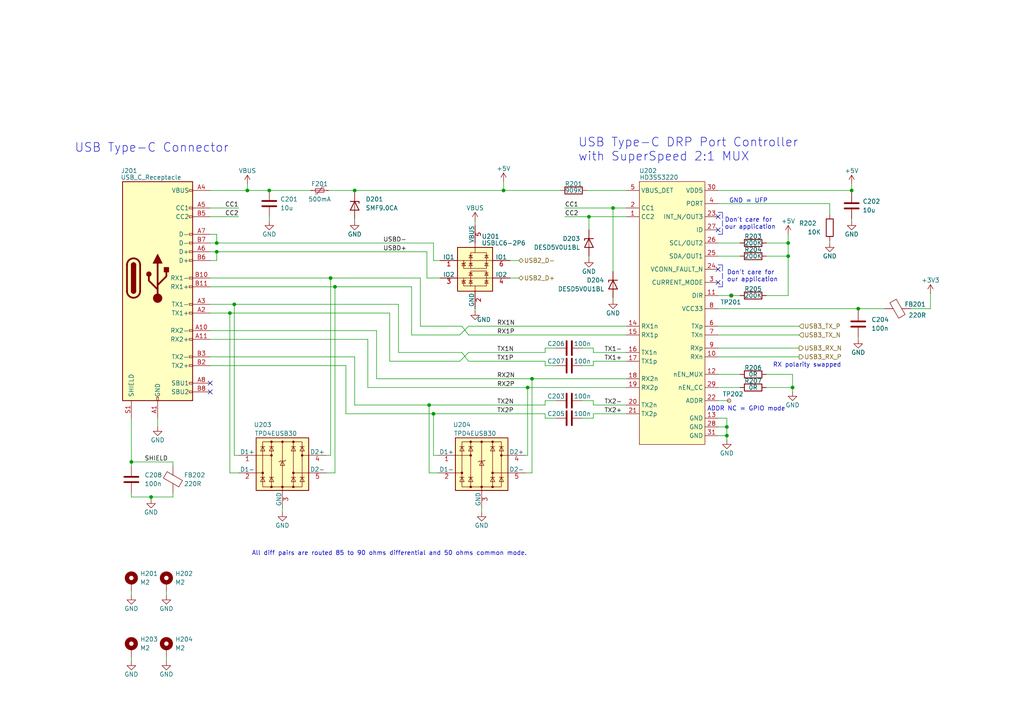
<source format=kicad_sch>
(kicad_sch (version 20211123) (generator eeschema)
  (paper "A4")
  (title_block (title "Voyager Logic") (date "2022-11-26") (rev "0.1") (company "Josh Johnson"))
  (lib_symbols
    (symbol "Connector:TestPoint_Small" (pin_numbers hide) (pin_names (offset 0.762) hide)
      (property "Reference" "TP" (at 0 3.81 0))
      (property "Value" "TestPoint_Small" (at 0 2.032 0))
      (symbol "TestPoint_Small_0_1"
        (circle (center 0 0) (radius 0.508))
      )
      (symbol "TestPoint_Small_1_1"
        (pin passive line (at 0 0 90) (length 0) (name "1") (number "1"))
      )
    )
    (symbol "Connector:USB_C_Receptacle" (pin_names (offset 1.016))
      (property "Reference" "J" (at -10.16 29.21 0))
      (property "Value" "USB_C_Receptacle" (at 10.16 29.21 0))
      (symbol "USB_C_Receptacle_0_0"
        (rectangle (start -0.254 -35.56) (end 0.254 -34.544))
        (rectangle (start 10.16 -32.766) (end 9.144 -33.274))
        (rectangle (start 10.16 -30.226) (end 9.144 -30.734))
        (rectangle (start 10.16 -25.146) (end 9.144 -25.654))
        (rectangle (start 10.16 -22.606) (end 9.144 -23.114))
        (rectangle (start 10.16 -17.526) (end 9.144 -18.034))
        (rectangle (start 10.16 -14.986) (end 9.144 -15.494))
        (rectangle (start 10.16 -9.906) (end 9.144 -10.414))
        (rectangle (start 10.16 -7.366) (end 9.144 -7.874))
        (rectangle (start 10.16 -2.286) (end 9.144 -2.794))
        (rectangle (start 10.16 0.254) (end 9.144 -0.254))
        (rectangle (start 10.16 5.334) (end 9.144 4.826))
        (rectangle (start 10.16 7.874) (end 9.144 7.366))
        (rectangle (start 10.16 10.414) (end 9.144 9.906))
        (rectangle (start 10.16 12.954) (end 9.144 12.446))
        (rectangle (start 10.16 18.034) (end 9.144 17.526))
        (rectangle (start 10.16 20.574) (end 9.144 20.066))
        (rectangle (start 10.16 25.654) (end 9.144 25.146))
      )
      (symbol "USB_C_Receptacle_0_1"
        (rectangle (start -10.16 27.94) (end 10.16 -35.56) (stroke (width 0.254)) (fill (type background)))
        (arc (start -8.89 -3.81) (mid -6.985 -5.715) (end -5.08 -3.81) (stroke (width 0.508)))
        (arc (start -7.62 -3.81) (mid -6.985 -4.445) (end -6.35 -3.81) (stroke (width 0.254)))
        (arc (start -7.62 -3.81) (mid -6.985 -4.445) (end -6.35 -3.81) (stroke (width 0.254)) (fill (type outline)))
        (rectangle (start -7.62 -3.81) (end -6.35 3.81) (stroke (width 0.254)) (fill (type outline)))
        (arc (start -6.35 3.81) (mid -6.985 4.445) (end -7.62 3.81) (stroke (width 0.254)))
        (arc (start -6.35 3.81) (mid -6.985 4.445) (end -7.62 3.81) (stroke (width 0.254)) (fill (type outline)))
        (arc (start -5.08 3.81) (mid -6.985 5.715) (end -8.89 3.81) (stroke (width 0.508)))
        (polyline (pts (xy -8.89 -3.81) (xy -8.89 3.81)) (stroke (width 0.508)))
        (polyline (pts (xy -5.08 3.81) (xy -5.08 -3.81)) (stroke (width 0.508)))
      )
      (symbol "USB_C_Receptacle_1_1"
        (circle (center -2.54 1.143) (radius 0.635) (stroke (width 0.254)) (fill (type outline)))
        (circle (center 0 -5.842) (radius 1.27) (fill (type outline)))
        (polyline (pts (xy 0 -5.842) (xy 0 4.318)) (stroke (width 0.508)))
        (polyline (pts (xy 0 -3.302) (xy -2.54 -0.762) (xy -2.54 0.508)) (stroke (width 0.508)))
        (polyline (pts (xy 0 -2.032) (xy 2.54 0.508) (xy 2.54 1.778)) (stroke (width 0.508)))
        (polyline (pts (xy -1.27 4.318) (xy 0 6.858) (xy 1.27 4.318) (xy -1.27 4.318)) (stroke (width 0.254)) (fill (type outline)))
        (rectangle (start 1.905 1.778) (end 3.175 3.048) (stroke (width 0.254)) (fill (type outline)))
        (pin passive line (at 0 -40.64 90) (length 5.08) (name "GND") (number "A1"))
        (pin bidirectional line (at 15.24 -15.24 180) (length 5.08) (name "RX2-") (number "A10"))
        (pin bidirectional line (at 15.24 -17.78 180) (length 5.08) (name "RX2+") (number "A11"))
        (pin passive line (at 0 -40.64 90) (length 5.08) hide (name "GND") (number "A12"))
        (pin bidirectional line (at 15.24 -10.16 180) (length 5.08) (name "TX1+") (number "A2"))
        (pin bidirectional line (at 15.24 -7.62 180) (length 5.08) (name "TX1-") (number "A3"))
        (pin passive line (at 15.24 25.4 180) (length 5.08) (name "VBUS") (number "A4"))
        (pin bidirectional line (at 15.24 20.32 180) (length 5.08) (name "CC1") (number "A5"))
        (pin bidirectional line (at 15.24 7.62 180) (length 5.08) (name "D+") (number "A6"))
        (pin bidirectional line (at 15.24 12.7 180) (length 5.08) (name "D-") (number "A7"))
        (pin bidirectional line (at 15.24 -30.48 180) (length 5.08) (name "SBU1") (number "A8"))
        (pin passive line (at 15.24 25.4 180) (length 5.08) hide (name "VBUS") (number "A9"))
        (pin passive line (at 0 -40.64 90) (length 5.08) hide (name "GND") (number "B1"))
        (pin bidirectional line (at 15.24 0 180) (length 5.08) (name "RX1-") (number "B10"))
        (pin bidirectional line (at 15.24 -2.54 180) (length 5.08) (name "RX1+") (number "B11"))
        (pin passive line (at 0 -40.64 90) (length 5.08) hide (name "GND") (number "B12"))
        (pin bidirectional line (at 15.24 -25.4 180) (length 5.08) (name "TX2+") (number "B2"))
        (pin bidirectional line (at 15.24 -22.86 180) (length 5.08) (name "TX2-") (number "B3"))
        (pin passive line (at 15.24 25.4 180) (length 5.08) hide (name "VBUS") (number "B4"))
        (pin bidirectional line (at 15.24 17.78 180) (length 5.08) (name "CC2") (number "B5"))
        (pin bidirectional line (at 15.24 5.08 180) (length 5.08) (name "D+") (number "B6"))
        (pin bidirectional line (at 15.24 10.16 180) (length 5.08) (name "D-") (number "B7"))
        (pin bidirectional line (at 15.24 -33.02 180) (length 5.08) (name "SBU2") (number "B8"))
        (pin passive line (at 15.24 25.4 180) (length 5.08) hide (name "VBUS") (number "B9"))
        (pin passive line (at -7.62 -40.64 90) (length 5.08) (name "SHIELD") (number "S1"))
      )
    )
    (symbol "Device:C" (pin_numbers hide) (pin_names (offset 0.254))
      (property "Reference" "C" (at 0.635 2.54 0))
      (property "Value" "C" (at 0.635 -2.54 0))
      (symbol "C_0_1"
        (polyline (pts (xy -2.032 -0.762) (xy 2.032 -0.762)) (stroke (width 0.508)))
        (polyline (pts (xy -2.032 0.762) (xy 2.032 0.762)) (stroke (width 0.508)))
      )
      (symbol "C_1_1"
        (pin passive line (at 0 3.81 270) (length 2.794) (name "~") (number "1"))
        (pin passive line (at 0 -3.81 90) (length 2.794) (name "~") (number "2"))
      )
    )
    (symbol "Device:D_Zener" (pin_numbers hide) (pin_names (offset 1.016) hide)
      (property "Reference" "D" (at 0 2.54 0))
      (property "Value" "D_Zener" (at 0 -2.54 0))
      (symbol "D_Zener_0_1"
        (polyline (pts (xy 1.27 0) (xy -1.27 0)))
        (polyline (pts (xy -1.27 -1.27) (xy -1.27 1.27) (xy -0.762 1.27)) (stroke (width 0.254)))
        (polyline (pts (xy 1.27 -1.27) (xy 1.27 1.27) (xy -1.27 0) (xy 1.27 -1.27)) (stroke (width 0.254)))
      )
      (symbol "D_Zener_1_1"
        (pin passive line (at -3.81 0 0) (length 2.54) (name "K") (number "1"))
        (pin passive line (at 3.81 0 180) (length 2.54) (name "A") (number "2"))
      )
    )
    (symbol "Device:FerriteBead" (pin_numbers hide) (pin_names (offset 0))
      (property "Reference" "FB" (at -3.81 0.635 90))
      (property "Value" "FerriteBead" (at 3.81 0 90))
      (symbol "FerriteBead_0_1"
        (polyline (pts (xy 0 -1.27) (xy 0 -1.2192)))
        (polyline (pts (xy 0 1.27) (xy 0 1.2954)))
        (polyline (pts (xy -2.7686 0.4064) (xy -1.7018 2.2606) (xy 2.7686 -0.3048) (xy 1.6764 -2.159) (xy -2.7686 0.4064)))
      )
      (symbol "FerriteBead_1_1"
        (pin passive line (at 0 3.81 270) (length 2.54) (name "~") (number "1"))
        (pin passive line (at 0 -3.81 90) (length 2.54) (name "~") (number "2"))
      )
    )
    (symbol "Device:Polyfuse_Small" (pin_numbers hide) (pin_names (offset 0))
      (property "Reference" "F" (at -1.905 0 90))
      (property "Value" "Polyfuse_Small" (at 1.905 0 90))
      (symbol "Polyfuse_Small_0_1"
        (rectangle (start -0.508 1.27) (end 0.508 -1.27))
        (polyline (pts (xy 0 2.54) (xy 0 -2.54)))
        (polyline (pts (xy -1.016 1.27) (xy -1.016 0.762) (xy 1.016 -0.762) (xy 1.016 -1.27)))
      )
      (symbol "Polyfuse_Small_1_1"
        (pin passive line (at 0 2.54 270) (length 0.635) (name "~") (number "1"))
        (pin passive line (at 0 -2.54 90) (length 0.635) (name "~") (number "2"))
      )
    )
    (symbol "Device:R" (pin_numbers hide) (pin_names (offset 0))
      (property "Reference" "R" (at 2.032 0 90))
      (property "Value" "R" (at 0 0 90))
      (symbol "R_0_1"
        (rectangle (start -1.016 -2.54) (end 1.016 2.54) (stroke (width 0.254)))
      )
      (symbol "R_1_1"
        (pin passive line (at 0 3.81 270) (length 1.27) (name "~") (number "1"))
        (pin passive line (at 0 -3.81 90) (length 1.27) (name "~") (number "2"))
      )
    )
    (symbol "Mechanical:MountingHole_Pad" (pin_numbers hide) (pin_names (offset 1.016) hide)
      (property "Reference" "H" (at 0 6.35 0))
      (property "Value" "MountingHole_Pad" (at 0 4.445 0))
      (symbol "MountingHole_Pad_0_1"
        (circle (center 0 1.27) (radius 1.27) (stroke (width 1.27)))
      )
      (symbol "MountingHole_Pad_1_1"
        (pin input line (at 0 -2.54 90) (length 2.54) (name "1") (number "1"))
      )
    )
    (symbol "josh-ic:HD3SS3220"
      (property "Reference" "U" (at -10.16 45.72 0))
      (property "Value" "HD3SS3220" (at -10.16 43.18 0))
      (property "Datasheet" "https://www.ti.com/lit/ds/symlink/hd3ss3220.pdf" (at 0 -36.83 0))
      (symbol "HD3SS3220_0_0"
        (pin bidirectional line (at 12.7 -7.62 180) (length 3.81) (name "TX1n") (number "16"))
        (pin bidirectional line (at 12.7 -10.16 180) (length 3.81) (name "TX1p") (number "17"))
        (pin bidirectional line (at 12.7 -15.24 180) (length 3.81) (name "RX2n") (number "18"))
        (pin bidirectional line (at 12.7 -17.78 180) (length 3.81) (name "RX2p") (number "19"))
        (pin bidirectional line (at 12.7 -22.86 180) (length 3.81) (name "TX2n") (number "20"))
        (pin bidirectional line (at 12.7 -25.4 180) (length 3.81) (name "TX2p") (number "21"))
        (pin bidirectional line (at -13.97 -21.59 0) (length 3.81) (name "ADDR") (number "22"))
        (pin bidirectional line (at -13.97 31.75 0) (length 3.81) (name "INT_N/OUT3") (number "23"))
        (pin bidirectional line (at -13.97 16.51 0) (length 3.81) (name "VCONN_FAULT_N") (number "24"))
        (pin bidirectional line (at -13.97 20.32 0) (length 3.81) (name "SDA/OUT1") (number "25"))
        (pin bidirectional line (at -13.97 24.13 0) (length 3.81) (name "SCL/OUT2") (number "26"))
        (pin bidirectional line (at -13.97 27.94 0) (length 3.81) (name "ID") (number "27"))
        (pin bidirectional line (at -13.97 -17.78 0) (length 3.81) (name "nEN_CC") (number "29"))
        (pin input line (at -13.97 39.37 0) (length 3.81) (name "VDD5") (number "30"))
        (pin power_in line (at -13.97 -31.75 0) (length 3.81) (name "GND") (number "31"))
      )
      (symbol "HD3SS3220_0_1"
        (rectangle (start 8.89 41.91) (end -10.16 -34.29) (fill (type background)))
      )
      (symbol "HD3SS3220_1_1"
        (pin bidirectional line (at 12.7 31.75 180) (length 3.81) (name "CC2") (number "1"))
        (pin bidirectional line (at -13.97 -8.89 0) (length 3.81) (name "RXn") (number "10"))
        (pin bidirectional line (at -13.97 8.89 0) (length 3.81) (name "DIR") (number "11"))
        (pin bidirectional line (at -13.97 -13.97 0) (length 3.81) (name "nEN_MUX") (number "12"))
        (pin power_in line (at -13.97 -26.67 0) (length 3.81) (name "GND") (number "13"))
        (pin bidirectional line (at 12.7 0 180) (length 3.81) (name "RX1n") (number "14"))
        (pin bidirectional line (at 12.7 -2.54 180) (length 3.81) (name "RX1p") (number "15"))
        (pin bidirectional line (at 12.7 34.29 180) (length 3.81) (name "CC1") (number "2"))
        (pin power_in line (at -13.97 -29.21 0) (length 3.81) (name "GND") (number "28"))
        (pin bidirectional line (at -13.97 12.7 0) (length 3.81) (name "CURRENT_MODE") (number "3"))
        (pin bidirectional line (at -13.97 35.56 0) (length 3.81) (name "PORT") (number "4"))
        (pin bidirectional line (at 12.7 39.37 180) (length 3.81) (name "VBUS_DET") (number "5"))
        (pin bidirectional line (at -13.97 0 0) (length 3.81) (name "TXp") (number "6"))
        (pin bidirectional line (at -13.97 -2.54 0) (length 3.81) (name "TXn") (number "7"))
        (pin power_in line (at -13.97 5.08 0) (length 3.81) (name "VCC33") (number "8"))
        (pin bidirectional line (at -13.97 -6.35 0) (length 3.81) (name "RXp") (number "9"))
      )
    )
    (symbol "josh-ic:TPD4EUSB30" (pin_names (offset 0))
      (property "Reference" "U" (at -0.635 8.89 0))
      (property "Value" "TPD4EUSB30" (at 8.89 -10.16 0))
      (symbol "TPD4EUSB30_0_0"
        (rectangle (start -5.715 6.477) (end 5.715 -6.604))
        (polyline (pts (xy -3.175 -6.604) (xy -3.175 6.477)))
        (polyline (pts (xy 0 6.477) (xy 0 -6.604)))
        (polyline (pts (xy 3.175 6.477) (xy 3.175 -6.604)))
      )
      (symbol "TPD4EUSB30_0_1"
        (rectangle (start -7.62 7.62) (end 7.62 -7.62) (stroke (width 0.254)) (fill (type background)))
        (circle (center -5.715 -2.54) (radius 0.2794) (fill (type outline)))
        (circle (center -3.175 -6.604) (radius 0.2794) (fill (type outline)))
        (circle (center -3.175 2.54) (radius 0.2794) (fill (type outline)))
        (circle (center -3.175 6.477) (radius 0.2794) (fill (type outline)))
        (circle (center 0 -6.604) (radius 0.2794) (fill (type outline)))
        (polyline (pts (xy -7.747 2.54) (xy -3.175 2.54)))
        (polyline (pts (xy -7.62 -2.54) (xy -5.715 -2.54)))
        (polyline (pts (xy -5.08 -3.81) (xy -6.35 -3.81)))
        (polyline (pts (xy -5.08 5.08) (xy -6.35 5.08)))
        (polyline (pts (xy -2.54 -3.81) (xy -3.81 -3.81)))
        (polyline (pts (xy -2.54 5.08) (xy -3.81 5.08)))
        (polyline (pts (xy -0.635 0.889) (xy -1.016 0.635)))
        (polyline (pts (xy 0 -6.604) (xy 0 -7.62)))
        (polyline (pts (xy 0.635 0.889) (xy -0.635 0.889)))
        (polyline (pts (xy 0.635 0.889) (xy 1.016 1.143)))
        (polyline (pts (xy 3.81 -3.81) (xy 2.54 -3.81)))
        (polyline (pts (xy 3.81 5.08) (xy 2.54 5.08)))
        (polyline (pts (xy 6.35 -3.81) (xy 5.08 -3.81)))
        (polyline (pts (xy 6.35 5.08) (xy 5.08 5.08)))
        (polyline (pts (xy 7.62 -2.54) (xy 3.175 -2.54)))
        (polyline (pts (xy 7.62 2.54) (xy 5.715 2.54)))
        (polyline (pts (xy -5.08 -5.08) (xy -6.35 -5.08) (xy -5.715 -3.81) (xy -5.08 -5.08)))
        (polyline (pts (xy -5.08 3.81) (xy -6.35 3.81) (xy -5.715 5.08) (xy -5.08 3.81)))
        (polyline (pts (xy -2.54 -5.08) (xy -3.81 -5.08) (xy -3.175 -3.81) (xy -2.54 -5.08)))
        (polyline (pts (xy -2.54 3.81) (xy -3.81 3.81) (xy -3.175 5.08) (xy -2.54 3.81)))
        (polyline (pts (xy 0.635 -0.381) (xy -0.635 -0.381) (xy 0 0.889) (xy 0.635 -0.381)))
        (polyline (pts (xy 3.81 -5.08) (xy 2.54 -5.08) (xy 3.175 -3.81) (xy 3.81 -5.08)))
        (polyline (pts (xy 3.81 3.81) (xy 2.54 3.81) (xy 3.175 5.08) (xy 3.81 3.81)))
        (polyline (pts (xy 6.35 -5.08) (xy 5.08 -5.08) (xy 5.715 -3.81) (xy 6.35 -5.08)))
        (polyline (pts (xy 6.35 3.81) (xy 5.08 3.81) (xy 5.715 5.08) (xy 6.35 3.81)))
        (circle (center 0 6.477) (radius 0.2794) (fill (type outline)))
        (circle (center 3.175 -6.604) (radius 0.2794) (fill (type outline)))
        (circle (center 3.175 -2.54) (radius 0.2794) (fill (type outline)))
        (circle (center 3.175 6.477) (radius 0.2794) (fill (type outline)))
        (circle (center 5.715 2.54) (radius 0.2794) (fill (type outline)))
      )
      (symbol "TPD4EUSB30_1_1"
        (pin passive line (at -12.7 2.54 0) (length 5.08) (name "D1+") (number "1"))
        (pin passive line (at -12.7 2.54 0) (length 5.08) hide (name "NC") (number "10"))
        (pin passive line (at -12.7 -2.54 0) (length 5.08) (name "D1-") (number "2"))
        (pin power_in line (at 0 -12.7 90) (length 5.08) (name "GND") (number "3"))
        (pin passive line (at 12.7 2.54 180) (length 5.08) (name "D2+") (number "4"))
        (pin passive line (at 12.7 -2.54 180) (length 5.08) (name "D2-") (number "5"))
        (pin passive line (at 12.7 -2.54 180) (length 5.08) hide (name "NC") (number "6"))
        (pin passive line (at 12.7 2.54 180) (length 5.08) hide (name "NC") (number "7"))
        (pin passive line (at 0 -12.7 90) (length 5.08) hide (name "GND") (number "8"))
        (pin passive line (at -12.7 -2.54 0) (length 5.08) hide (name "NC") (number "9"))
      )
    )
    (symbol "josh-ic:USBLC6-2SC6" (pin_names (offset 0))
      (property "Reference" "U" (at -7.62 8.89 0))
      (property "Value" "USBLC6-2SC6" (at 7.62 7.62 0))
      (symbol "USBLC6-2SC6_0_1"
        (rectangle (start -5.08 -6.35) (end 5.08 6.35) (stroke (width 0.254)) (fill (type background)))
        (polyline (pts (xy -5.08 -2.54) (xy 5.08 -2.54)))
        (polyline (pts (xy 5.08 2.54) (xy -5.08 2.54)))
      )
      (symbol "USBLC6-2SC6_1_1"
        (polyline (pts (xy 0 4.826) (xy 0 7.62)))
        (polyline (pts (xy -3.302 -4.826) (xy -1.27 -4.826) (xy -1.27 -4.826)))
        (polyline (pts (xy -3.302 -3.302) (xy -3.302 -2.54) (xy -3.302 -2.54)))
        (polyline (pts (xy -3.302 0.254) (xy -3.302 1.778) (xy -3.302 1.016)))
        (polyline (pts (xy -3.302 0.254) (xy -1.27 0.254) (xy -1.27 0.254)))
        (polyline (pts (xy -3.302 1.778) (xy -3.302 2.54) (xy -3.302 2.54)))
        (polyline (pts (xy -1.778 -3.302) (xy -1.27 -3.302) (xy -0.762 -3.302)))
        (polyline (pts (xy -1.778 -1.016) (xy -1.27 -1.016) (xy -0.762 -1.016)))
        (polyline (pts (xy -1.778 1.778) (xy -1.27 1.778) (xy -0.762 1.778)))
        (polyline (pts (xy -1.778 4.064) (xy -1.27 4.064) (xy -0.762 4.064)))
        (polyline (pts (xy -1.27 -4.826) (xy -1.27 -3.302) (xy -1.27 -4.064)))
        (polyline (pts (xy -1.27 -4.826) (xy 3.302 -4.826) (xy 3.302 -4.826)))
        (polyline (pts (xy -1.27 -1.016) (xy -1.27 -0.508) (xy -1.27 -0.508)))
        (polyline (pts (xy -1.27 -0.508) (xy 3.302 -0.508) (xy 3.302 -0.508)))
        (polyline (pts (xy -1.27 0.254) (xy -1.27 1.778) (xy -1.27 1.016)))
        (polyline (pts (xy -1.27 0.254) (xy 3.302 0.254) (xy 3.302 0.254)))
        (polyline (pts (xy 0 -6.35) (xy 0 -4.826) (xy 0 -4.826)))
        (polyline (pts (xy 2.794 -3.302) (xy 3.302 -3.302) (xy 3.81 -3.302)))
        (polyline (pts (xy 2.794 -1.016) (xy 3.302 -1.016) (xy 3.81 -1.016)))
        (polyline (pts (xy 2.794 1.778) (xy 3.302 1.778) (xy 3.81 1.778)))
        (polyline (pts (xy 2.794 4.064) (xy 3.302 4.064) (xy 3.81 4.064)))
        (polyline (pts (xy 3.302 -1.016) (xy 3.302 -0.508) (xy 3.302 -0.508)))
        (polyline (pts (xy -3.302 -4.826) (xy -3.302 -3.302) (xy -3.302 -4.064) (xy -3.302 -4.064)))
        (polyline (pts (xy 3.302 -4.826) (xy 3.302 -3.302) (xy 3.302 -4.064) (xy 3.302 -4.064)))
        (polyline (pts (xy 3.302 0.254) (xy 3.302 1.778) (xy 3.302 1.016) (xy 3.302 1.016)))
        (polyline (pts (xy -3.302 -3.302) (xy -3.81 -4.064) (xy -2.794 -4.064) (xy -3.302 -3.302) (xy -3.302 -3.302)))
        (polyline (pts (xy -3.302 1.778) (xy -3.81 1.016) (xy -2.794 1.016) (xy -3.302 1.778) (xy -3.302 1.778)))
        (polyline (pts (xy -2.794 -3.048) (xy -2.794 -3.302) (xy -3.81 -3.302) (xy -3.81 -3.556) (xy -3.81 -3.556)))
        (polyline (pts (xy -2.794 2.032) (xy -2.794 1.778) (xy -3.81 1.778) (xy -3.81 1.524) (xy -3.81 1.524)))
        (polyline (pts (xy -1.27 -3.302) (xy -1.778 -4.064) (xy -0.762 -4.064) (xy -1.27 -3.302) (xy -1.27 -3.302)))
        (polyline (pts (xy -1.27 -3.302) (xy -1.27 -1.016) (xy -1.27 -1.778) (xy -1.27 -1.778) (xy -1.27 -1.778)))
        (polyline (pts (xy -1.27 -1.016) (xy -1.778 -1.778) (xy -0.762 -1.778) (xy -1.27 -1.016) (xy -1.27 -1.016)))
        (polyline (pts (xy -1.27 1.778) (xy -1.778 1.016) (xy -0.762 1.016) (xy -1.27 1.778) (xy -1.27 1.778)))
        (polyline (pts (xy -1.27 1.778) (xy -1.27 4.064) (xy -1.27 3.302) (xy -1.27 3.302) (xy -1.27 3.302)))
        (polyline (pts (xy -1.27 4.064) (xy -1.778 3.302) (xy -0.762 3.302) (xy -1.27 4.064) (xy -1.27 4.064)))
        (polyline (pts (xy -1.27 4.064) (xy -1.27 4.826) (xy 3.302 4.826) (xy 3.302 4.064) (xy 3.302 4.064)))
        (polyline (pts (xy 3.302 -3.302) (xy 2.794 -4.064) (xy 3.81 -4.064) (xy 3.302 -3.302) (xy 3.302 -3.302)))
        (polyline (pts (xy 3.302 -3.302) (xy 3.302 -1.016) (xy 3.302 -1.778) (xy 3.302 -1.778) (xy 3.302 -1.778)))
        (polyline (pts (xy 3.302 -1.016) (xy 2.794 -1.778) (xy 3.81 -1.778) (xy 3.302 -1.016) (xy 3.302 -1.016)))
        (polyline (pts (xy 3.302 1.778) (xy 2.794 1.016) (xy 3.81 1.016) (xy 3.302 1.778) (xy 3.302 1.778)))
        (polyline (pts (xy 3.302 1.778) (xy 3.302 4.064) (xy 3.302 3.302) (xy 3.302 3.302) (xy 3.302 3.302)))
        (polyline (pts (xy 3.302 4.064) (xy 2.794 3.302) (xy 3.81 3.302) (xy 3.302 4.064) (xy 3.302 4.064)))
        (pin passive line (at -10.16 2.54 0) (length 5.08) (name "IO1") (number "1"))
        (pin passive line (at 0 -11.43 90) (length 5.08) (name "GND") (number "2"))
        (pin passive line (at -10.16 -2.54 0) (length 5.08) (name "IO2") (number "3"))
        (pin passive line (at 10.16 -2.54 180) (length 5.08) (name "IO2") (number "4"))
        (pin passive line (at 0 12.7 270) (length 5.08) (name "VBUS") (number "5"))
        (pin passive line (at 10.16 2.54 180) (length 5.08) (name "IO1") (number "6"))
      )
    )
    (symbol "josh-passive:Ferrite_Bead_PWR" (pin_numbers hide) (pin_names (offset 0))
      (property "Reference" "FB" (at -2.54 1.27 0))
      (property "Value" "Ferrite_Bead_PWR" (at 0 3.81 0))
      (symbol "Ferrite_Bead_PWR_0_1"
        (polyline (pts (xy -1.27 0) (xy -1.2192 0)))
        (polyline (pts (xy 1.27 0) (xy 1.2954 0)))
        (polyline (pts (xy 0.4064 2.7686) (xy 2.2606 1.7018) (xy -0.3048 -2.7686) (xy -2.159 -1.6764) (xy 0.4064 2.7686)))
      )
      (symbol "Ferrite_Bead_PWR_1_1"
        (pin power_out line (at 3.81 0 180) (length 2.54) (name "~") (number "1"))
        (pin passive line (at -3.81 0 0) (length 2.54) (name "~") (number "2"))
      )
    )
    (symbol "power:+3V3" (power) (pin_names (offset 0))
      (property "Value" "+3V3" (at 0 3.556 0))
      (symbol "+3V3_0_1"
        (polyline (pts (xy -0.762 1.27) (xy 0 2.54)))
        (polyline (pts (xy 0 0) (xy 0 2.54)))
        (polyline (pts (xy 0 2.54) (xy 0.762 1.27)))
      )
      (symbol "+3V3_1_1"
        (pin power_in line (at 0 0 90) (length 0) hide (name "+3V3") (number "1"))
      )
    )
    (symbol "power:+5V" (power) (pin_names (offset 0))
      (property "Value" "+5V" (at 0 3.556 0))
      (symbol "+5V_0_1"
        (polyline (pts (xy -0.762 1.27) (xy 0 2.54)))
        (polyline (pts (xy 0 0) (xy 0 2.54)))
        (polyline (pts (xy 0 2.54) (xy 0.762 1.27)))
      )
      (symbol "+5V_1_1"
        (pin power_in line (at 0 0 90) (length 0) hide (name "+5V") (number "1"))
      )
    )
    (symbol "power:GND" (power) (pin_names (offset 0))
      (property "Value" "GND" (at 0 -3.81 0))
      (symbol "GND_0_1"
        (polyline (pts (xy 0 0) (xy 0 -1.27) (xy 1.27 -1.27) (xy 0 -2.54) (xy -1.27 -1.27) (xy 0 -1.27)))
      )
      (symbol "GND_1_1"
        (pin power_in line (at 0 0 270) (length 0) hide (name "GND") (number "1"))
      )
    )
    (symbol "power:VBUS" (power) (pin_names (offset 0))
      (property "Value" "VBUS" (at 0 3.81 0))
      (symbol "VBUS_0_1"
        (polyline (pts (xy -0.762 1.27) (xy 0 2.54)))
        (polyline (pts (xy 0 0) (xy 0 2.54)))
        (polyline (pts (xy 0 2.54) (xy 0.762 1.27)))
      )
      (symbol "VBUS_1_1"
        (pin power_in line (at 0 0 90) (length 0) hide (name "VBUS") (number "1"))
      )
    )
  )
  (junction (at 124.46 117.475))
  (junction (at 228.6 70.485))
  (junction (at 38.1 133.985))
  (junction (at 66.675 90.805))
  (junction (at 212.09 85.725))
  (junction (at 43.815 144.145))
  (junction (at 153.035 112.395))
  (junction (at 95.885 80.645))
  (junction (at 71.755 55.245))
  (junction (at 78.105 55.245))
  (junction (at 102.87 55.245))
  (junction (at 248.92 89.535))
  (junction (at 228.6 74.295))
  (junction (at 125.73 120.015))
  (junction (at 229.87 112.395))
  (junction (at 210.82 126.365))
  (junction (at 97.155 83.185))
  (junction (at 177.8 60.325))
  (junction (at 67.945 88.265))
  (junction (at 62.865 70.485))
  (junction (at 247.015 55.245))
  (junction (at 154.305 109.855))
  (junction (at 146.05 55.245))
  (junction (at 210.82 123.825))
  (junction (at 170.815 62.865))
  (junction (at 62.865 73.025))
  (no_connect (at 208.28 62.865))
  (no_connect (at 208.28 81.915))
  (no_connect (at 208.28 66.675))
  (no_connect (at 60.96 111.125))
  (no_connect (at 60.96 113.665))
  (no_connect (at 208.28 78.105))
  (wire (pts (xy 67.945 88.265) (xy 67.945 132.08)))
  (wire (pts (xy 228.6 85.725) (xy 228.6 74.295)))
  (wire (pts (xy 210.82 123.825) (xy 210.82 126.365)))
  (wire (pts (xy 139.7 147.32) (xy 139.7 148.59)))
  (wire (pts (xy 115.57 102.235) (xy 133.985 102.235)))
  (wire (pts (xy 158.115 100.965) (xy 158.115 102.235)))
  (wire (pts (xy 69.215 137.16) (xy 66.675 137.16)))
  (wire (pts (xy 81.915 147.32) (xy 81.915 148.59)))
  (wire (pts (xy 121.92 80.645) (xy 121.92 94.615)))
  (wire (pts (xy 60.96 70.485) (xy 62.865 70.485)))
  (wire (pts (xy 228.6 67.945) (xy 228.6 70.485)))
  (wire (pts (xy 62.865 73.025) (xy 123.825 73.025)))
  (wire (pts (xy 208.28 74.295) (xy 214.63 74.295)))
  (wire (pts (xy 127 132.08) (xy 125.73 132.08)))
  (wire (pts (xy 50.165 142.875) (xy 50.165 144.145)))
  (wire (pts (xy 208.28 116.205) (xy 211.455 116.205)))
  (wire (pts (xy 38.1 142.875) (xy 38.1 144.145)))
  (wire (pts (xy 172.085 104.775) (xy 172.085 106.045)))
  (wire (pts (xy 240.665 69.85) (xy 240.665 70.485)))
  (wire (pts (xy 161.29 100.965) (xy 158.115 100.965)))
  (wire (pts (xy 127 137.16) (xy 124.46 137.16)))
  (wire (pts (xy 113.03 104.775) (xy 113.03 90.805)))
  (wire (pts (xy 177.8 86.36) (xy 177.8 86.995)))
  (wire (pts (xy 147.955 80.645) (xy 150.495 80.645)))
  (wire (pts (xy 94.615 137.16) (xy 97.155 137.16)))
  (wire (pts (xy 146.05 52.705) (xy 146.05 55.245)))
  (wire (pts (xy 38.1 171.45) (xy 38.1 172.72)))
  (wire (pts (xy 50.165 144.145) (xy 43.815 144.145)))
  (wire (pts (xy 154.305 109.855) (xy 109.22 109.855)))
  (wire (pts (xy 181.61 104.775) (xy 172.085 104.775)))
  (wire (pts (xy 229.87 108.585) (xy 229.87 112.395)))
  (wire (pts (xy 170.18 55.245) (xy 181.61 55.245)))
  (wire (pts (xy 208.28 94.615) (xy 231.775 94.615)))
  (wire (pts (xy 100.33 120.015) (xy 125.73 120.015)))
  (wire (pts (xy 62.865 73.025) (xy 62.865 75.565)))
  (wire (pts (xy 113.03 104.775) (xy 133.35 104.775)))
  (wire (pts (xy 161.29 116.205) (xy 158.115 116.205)))
  (wire (pts (xy 146.05 55.245) (xy 162.56 55.245)))
  (wire (pts (xy 38.1 121.285) (xy 38.1 133.985)))
  (wire (pts (xy 135.89 104.775) (xy 158.115 104.775)))
  (wire (pts (xy 60.96 80.645) (xy 95.885 80.645)))
  (wire (pts (xy 154.305 109.855) (xy 154.305 137.16)))
  (wire (pts (xy 247.015 63.5) (xy 247.015 64.135)))
  (wire (pts (xy 170.815 62.865) (xy 170.815 66.675)))
  (wire (pts (xy 127.635 75.565) (xy 125.73 75.565)))
  (wire (pts (xy 210.82 121.285) (xy 210.82 123.825)))
  (wire (pts (xy 158.115 106.045) (xy 158.115 104.775)))
  (wire (pts (xy 222.25 108.585) (xy 229.87 108.585)))
  (wire (pts (xy 208.28 126.365) (xy 210.82 126.365)))
  (wire (pts (xy 152.4 132.08) (xy 153.035 132.08)))
  (wire (pts (xy 170.815 62.865) (xy 181.61 62.865)))
  (wire (pts (xy 137.795 64.135) (xy 137.795 65.405)))
  (wire (pts (xy 208.28 85.725) (xy 212.09 85.725)))
  (polyline (pts (xy 208.28 67.945) (xy 209.55 67.945)))
  (wire (pts (xy 208.28 97.155) (xy 231.775 97.155)))
  (wire (pts (xy 60.96 60.325) (xy 69.215 60.325)))
  (wire (pts (xy 60.96 75.565) (xy 62.865 75.565)))
  (wire (pts (xy 135.89 102.235) (xy 133.35 104.775)))
  (wire (pts (xy 69.215 132.08) (xy 67.945 132.08)))
  (wire (pts (xy 208.28 123.825) (xy 210.82 123.825)))
  (wire (pts (xy 208.28 55.245) (xy 247.015 55.245)))
  (polyline (pts (xy 208.28 61.595) (xy 209.55 61.595)))
  (wire (pts (xy 208.28 100.965) (xy 231.775 100.965)))
  (wire (pts (xy 208.28 108.585) (xy 214.63 108.585)))
  (wire (pts (xy 181.61 120.015) (xy 172.085 120.015)))
  (wire (pts (xy 208.28 112.395) (xy 214.63 112.395)))
  (wire (pts (xy 60.96 103.505) (xy 102.87 103.505)))
  (wire (pts (xy 208.28 70.485) (xy 214.63 70.485)))
  (wire (pts (xy 222.25 112.395) (xy 229.87 112.395)))
  (wire (pts (xy 78.105 55.245) (xy 90.17 55.245)))
  (wire (pts (xy 222.25 85.725) (xy 228.6 85.725)))
  (wire (pts (xy 163.83 62.865) (xy 170.815 62.865)))
  (wire (pts (xy 135.89 102.235) (xy 158.115 102.235)))
  (wire (pts (xy 163.83 60.325) (xy 177.8 60.325)))
  (wire (pts (xy 172.085 117.475) (xy 172.085 116.205)))
  (wire (pts (xy 208.28 121.285) (xy 210.82 121.285)))
  (wire (pts (xy 212.09 85.725) (xy 214.63 85.725)))
  (wire (pts (xy 100.33 120.015) (xy 100.33 106.045)))
  (wire (pts (xy 102.87 55.245) (xy 146.05 55.245)))
  (wire (pts (xy 229.87 112.395) (xy 229.87 113.665)))
  (wire (pts (xy 177.8 60.325) (xy 177.8 78.74)))
  (wire (pts (xy 102.87 55.245) (xy 102.87 55.88)))
  (wire (pts (xy 127.635 80.645) (xy 123.825 80.645)))
  (wire (pts (xy 247.015 53.34) (xy 247.015 55.245)))
  (wire (pts (xy 172.085 120.015) (xy 172.085 121.285)))
  (wire (pts (xy 102.87 103.505) (xy 102.87 117.475)))
  (polyline (pts (xy 209.55 83.185) (xy 209.55 76.835)))
  (wire (pts (xy 222.25 70.485) (xy 228.6 70.485)))
  (wire (pts (xy 269.875 89.535) (xy 269.875 85.09)))
  (wire (pts (xy 124.46 117.475) (xy 158.115 117.475)))
  (wire (pts (xy 60.96 90.805) (xy 66.675 90.805)))
  (wire (pts (xy 94.615 132.08) (xy 95.885 132.08)))
  (wire (pts (xy 158.115 116.205) (xy 158.115 117.475)))
  (wire (pts (xy 106.68 112.395) (xy 153.035 112.395)))
  (wire (pts (xy 60.96 106.045) (xy 100.33 106.045)))
  (wire (pts (xy 222.25 74.295) (xy 228.6 74.295)))
  (wire (pts (xy 172.085 102.235) (xy 172.085 100.965)))
  (wire (pts (xy 248.92 89.535) (xy 256.54 89.535)))
  (wire (pts (xy 60.96 95.885) (xy 109.22 95.885)))
  (wire (pts (xy 247.015 55.88) (xy 247.015 55.245)))
  (wire (pts (xy 172.085 121.285) (xy 168.91 121.285)))
  (wire (pts (xy 119.38 97.155) (xy 133.35 97.155)))
  (wire (pts (xy 60.96 83.185) (xy 97.155 83.185)))
  (wire (pts (xy 71.755 55.245) (xy 78.105 55.245)))
  (wire (pts (xy 208.28 103.505) (xy 231.775 103.505)))
  (wire (pts (xy 48.26 171.45) (xy 48.26 172.72)))
  (wire (pts (xy 177.8 60.325) (xy 181.61 60.325)))
  (wire (pts (xy 50.165 133.985) (xy 38.1 133.985)))
  (wire (pts (xy 38.1 133.985) (xy 38.1 135.255)))
  (wire (pts (xy 102.87 55.245) (xy 95.25 55.245)))
  (wire (pts (xy 210.82 126.365) (xy 210.82 127.635)))
  (wire (pts (xy 135.89 97.155) (xy 181.61 97.155)))
  (wire (pts (xy 60.96 98.425) (xy 106.68 98.425)))
  (wire (pts (xy 67.945 88.265) (xy 115.57 88.265)))
  (polyline (pts (xy 209.55 67.945) (xy 209.55 61.595)))
  (wire (pts (xy 60.96 88.265) (xy 67.945 88.265)))
  (wire (pts (xy 48.26 190.5) (xy 48.26 191.77)))
  (wire (pts (xy 124.46 117.475) (xy 124.46 137.16)))
  (wire (pts (xy 43.815 144.145) (xy 38.1 144.145)))
  (wire (pts (xy 158.115 121.285) (xy 158.115 120.015)))
  (wire (pts (xy 147.955 75.565) (xy 150.495 75.565)))
  (wire (pts (xy 153.035 112.395) (xy 153.035 132.08)))
  (wire (pts (xy 123.825 80.645) (xy 123.825 73.025)))
  (wire (pts (xy 60.96 73.025) (xy 62.865 73.025)))
  (wire (pts (xy 181.61 117.475) (xy 172.085 117.475)))
  (polyline (pts (xy 208.28 83.185) (xy 209.55 83.185)))
  (wire (pts (xy 102.87 117.475) (xy 124.46 117.475)))
  (wire (pts (xy 71.755 53.34) (xy 71.755 55.245)))
  (wire (pts (xy 240.665 59.055) (xy 240.665 62.23)))
  (wire (pts (xy 121.92 94.615) (xy 133.985 94.615)))
  (wire (pts (xy 228.6 70.485) (xy 228.6 74.295)))
  (wire (pts (xy 43.815 144.145) (xy 43.815 144.78)))
  (wire (pts (xy 168.91 100.965) (xy 172.085 100.965)))
  (wire (pts (xy 181.61 102.235) (xy 172.085 102.235)))
  (wire (pts (xy 170.815 74.295) (xy 170.815 74.93)))
  (wire (pts (xy 66.675 90.805) (xy 66.675 137.16)))
  (wire (pts (xy 115.57 102.235) (xy 115.57 88.265)))
  (wire (pts (xy 38.1 190.5) (xy 38.1 191.77)))
  (wire (pts (xy 135.89 94.615) (xy 133.35 97.155)))
  (wire (pts (xy 60.96 55.245) (xy 71.755 55.245)))
  (wire (pts (xy 119.38 97.155) (xy 119.38 83.185)))
  (wire (pts (xy 78.105 62.865) (xy 78.105 64.135)))
  (wire (pts (xy 161.29 121.285) (xy 158.115 121.285)))
  (wire (pts (xy 95.885 80.645) (xy 95.885 132.08)))
  (wire (pts (xy 135.89 94.615) (xy 181.61 94.615)))
  (wire (pts (xy 152.4 137.16) (xy 154.305 137.16)))
  (wire (pts (xy 264.16 89.535) (xy 269.875 89.535)))
  (wire (pts (xy 97.155 83.185) (xy 119.38 83.185)))
  (polyline (pts (xy 208.28 76.835) (xy 209.55 76.835)))
  (wire (pts (xy 248.92 97.79) (xy 248.92 98.425)))
  (wire (pts (xy 125.73 120.015) (xy 125.73 132.08)))
  (wire (pts (xy 125.73 120.015) (xy 158.115 120.015)))
  (wire (pts (xy 161.29 106.045) (xy 158.115 106.045)))
  (wire (pts (xy 125.73 75.565) (xy 125.73 70.485)))
  (wire (pts (xy 248.92 89.535) (xy 248.92 90.17)))
  (wire (pts (xy 133.985 102.235) (xy 135.89 104.775)))
  (wire (pts (xy 62.865 67.945) (xy 62.865 70.485)))
  (wire (pts (xy 102.87 63.5) (xy 102.87 64.135)))
  (wire (pts (xy 60.96 67.945) (xy 62.865 67.945)))
  (wire (pts (xy 153.035 112.395) (xy 181.61 112.395)))
  (wire (pts (xy 168.91 116.205) (xy 172.085 116.205)))
  (wire (pts (xy 95.885 80.645) (xy 121.92 80.645)))
  (wire (pts (xy 133.985 94.615) (xy 135.89 97.155)))
  (wire (pts (xy 45.72 121.285) (xy 45.72 123.825)))
  (wire (pts (xy 50.165 133.985) (xy 50.165 135.255)))
  (wire (pts (xy 172.085 106.045) (xy 168.91 106.045)))
  (wire (pts (xy 208.28 59.055) (xy 240.665 59.055)))
  (wire (pts (xy 66.675 90.805) (xy 113.03 90.805)))
  (wire (pts (xy 109.22 95.885) (xy 109.22 109.855)))
  (wire (pts (xy 62.865 70.485) (xy 125.73 70.485)))
  (wire (pts (xy 106.68 98.425) (xy 106.68 112.395)))
  (wire (pts (xy 97.155 83.185) (xy 97.155 137.16)))
  (wire (pts (xy 208.28 89.535) (xy 248.92 89.535)))
  (wire (pts (xy 60.96 62.865) (xy 69.215 62.865)))
  (wire (pts (xy 137.795 89.535) (xy 137.795 90.17)))
  (wire (pts (xy 181.61 109.855) (xy 154.305 109.855)))
  (text "Don't care for \nour application" (at 210.82 81.915 0) (effects (font (size 1.27 1.27)) (justify left bottom)))
  (text "RX polarity swapped" (at 224.155 106.68 0) (effects (font (size 1.27 1.27)) (justify left bottom)))
  (text "ADDR NC = GPIO mode" (at 205.105 119.38 0) (effects (font (size 1.27 1.27)) (justify left bottom)))
  (text "GND = UFP" (at 211.455 59.055 0) (effects (font (size 1.27 1.27)) (justify left bottom)))
  (text "USB Type-C Connector" (at 21.59 44.45 0) (effects (font (size 2.54 2.54)) (justify left bottom)))
  (text "All diff pairs are routed 85 to 90 ohms differential and 50 ohms common mode." (at 73.025 161.29 0) (effects (font (size 1.27 1.27)) (justify left bottom)))
  (text "Don't care for \nour application" (at 210.185 66.675 0) (effects (font (size 1.27 1.27)) (justify left bottom)))
  (text "USB Type-C DRP Port Controller \nwith SuperSpeed 2:1 MUX" (at 167.64 46.99 0) (effects (font (size 2.54 2.54)) (justify left bottom)))
  (label "TX1-" (at 175.26 102.235 0))
  (label "SHIELD" (at 41.91 133.985 0))
  (label "TX2N" (at 144.145 117.475 0))
  (label "TX2+" (at 175.26 120.015 0))
  (label "CC2" (at 69.215 62.865 180))
  (label "TX1+" (at 175.26 104.775 0))
  (label "CC1" (at 69.215 60.325 180))
  (label "TX2-" (at 175.26 117.475 0))
  (label "RX2P" (at 144.145 112.395 0))
  (label "RX2N" (at 144.145 109.855 0))
  (label "TX2P" (at 144.145 120.015 0))
  (label "USBD+" (at 111.125 73.025 0))
  (label "TX1P" (at 144.145 104.775 0))
  (label "TX1N" (at 144.145 102.235 0))
  (label "USBD-" (at 111.125 70.485 0))
  (label "RX1N" (at 144.145 94.615 0))
  (label "RX1P" (at 144.145 97.155 0))
  (label "CC2" (at 163.83 62.865 0))
  (label "CC1" (at 163.83 60.325 0))
  (hierarchical_label "USB3_RX_N" (shape output) (at 231.775 100.965 0))
  (hierarchical_label "USB2_D-" (shape bidirectional) (at 150.495 75.565 0))
  (hierarchical_label "USB2_D+" (shape bidirectional) (at 150.495 80.645 0))
  (hierarchical_label "USB3_RX_P" (shape output) (at 231.775 103.505 0))
  (hierarchical_label "USB3_TX_P" (shape input) (at 231.775 94.615 0))
  (hierarchical_label "USB3_TX_N" (shape input) (at 231.775 97.155 0))
  (symbol (lib_id "Device:C") (at 78.105 59.055 0) (unit 1)
    (property "Reference" "C201" (at 81.28 57.7849 0) (effects (justify left)))
    (property "Value" "10u" (at 81.28 60.3249 0) (effects (justify left)))
    (property "Footprint" "Capacitor_SMD:C_0603_1608Metric" (effects hide))
    (property "LCSC" "C96446" (effects hide))
    (property "MPN" "CL10A106MA8NRNC" (effects hide))
    (property "Manufacturer" "Samsung Electro-Mechanics" (effects hide))
  )
  (symbol (lib_id "power:GND") (at 38.1 191.77 0) (unit 1)
    (property "Reference" "#PWR0123" (effects hide))
    (property "Value" "GND" (at 38.1 195.58 0))
  )
  (symbol (lib_id "Device:D_Zener") (at 102.87 59.69 270) (unit 1)
    (property "Reference" "D201" (at 106.045 57.785 90) (effects (justify left)))
    (property "Value" "SMF9.0CA" (at 106.045 60.325 90) (effects (justify left)))
    (property "Footprint" "josh-passives-smt:D_SOD-123FL" (effects hide))
    (property "Digikey" "18-SMF9.0CACT-ND" (effects hide))
    (property "MPN" "SMF9.0CA" (effects hide))
    (property "Manufacturer" "Littelfuse" (effects hide))
  )
  (symbol (lib_id "power:GND") (at 247.015 64.135 0) (unit 1)
    (property "Reference" "#PWR0206" (effects hide))
    (property "Value" "GND" (at 247.015 67.945 0))
  )
  (symbol (lib_id "Device:D_Zener") (at 170.815 70.485 90) (mirror x) (unit 1)
    (property "Reference" "D203" (at 168.275 69.2149 90) (effects (justify left)))
    (property "Value" "DESD5V0U1BL" (at 168.275 71.7549 90) (effects (justify left)))
    (property "Footprint" "josh-passives-smt:D_X1-DFN1006-2" (effects hide))
    (property "Digikey" "31-DESD5V0U1BL-7BCT-ND" (effects hide))
    (property "LCSC" "C1869323" (effects hide))
    (property "MPN" "DESD5V0U1BL-7B" (effects hide))
    (property "Manufacturer" "Diodes Incorporated" (effects hide))
  )
  (symbol (lib_id "josh-ic:TPD4EUSB30") (at 81.915 134.62 0) (unit 1)
    (property "Reference" "U203" (at 76.2 123.19 0))
    (property "Value" "TPD4EUSB30" (at 80.01 125.73 0))
    (property "Footprint" "Package_SON:USON-10_2.5x1.0mm_P0.5mm" (effects hide))
    (property "Datasheet" "http://www.ti.com/lit/ds/symlink/tpd2eusb30a.pdf" (effects hide))
    (property "MPN" "TPD4EUSB30DQAR" (effects hide))
    (property "Manufacturer" "Texas Instruments" (effects hide))
    (property "Digikey" "296-28063-1-ND" (effects hide))
    (property "LCSC" "296-28063-1-ND" (effects hide))
  )
  (symbol (lib_id "Mechanical:MountingHole_Pad") (at 38.1 168.91 0) (unit 1) (in_bom no)
    (property "Reference" "H201" (at 40.64 166.3699 0) (effects (justify left)))
    (property "Value" "M2" (at 40.64 168.9099 0) (effects (justify left)))
    (property "Footprint" "MountingHole:MountingHole_2.2mm_M2_ISO7380_Pad" (effects hide))
  )
  (symbol (lib_id "Device:FerriteBead") (at 50.165 139.065 0) (unit 1)
    (property "Reference" "FB202" (at 53.34 137.795 0) (effects (justify left)))
    (property "Value" "220R" (at 53.34 140.335 0) (effects (justify left)))
    (property "Footprint" "Resistor_SMD:R_0402_1005Metric" (effects hide))
    (property "MPN" "BLM15PX221SN1D" (effects hide))
    (property "Manufacturer" "Murata Electronics" (effects hide))
    (property "LCSC" "C160973" (effects hide))
  )
  (symbol (lib_id "Device:C") (at 165.1 121.285 90) (unit 1)
    (property "Reference" "C205" (at 161.29 120.015 90))
    (property "Value" "100n" (at 168.91 120.015 90))
    (property "Footprint" "Capacitor_SMD:C_0201_0603Metric" (effects hide))
    (property "LCSC" "C307380" (effects hide))
    (property "MPN" "CL03A104KO3NNNC" (effects hide))
    (property "Manufacturer" "Samsung Electro-Mechanics" (effects hide))
  )
  (symbol (lib_id "power:+5V") (at 146.05 52.705 0) (unit 1)
    (property "Reference" "#PWR0201" (effects hide))
    (property "Value" "+5V" (at 146.05 48.895 0))
  )
  (symbol (lib_id "josh-ic:TPD4EUSB30") (at 139.7 134.62 0) (unit 1)
    (property "Reference" "U204" (at 133.985 123.19 0))
    (property "Value" "TPD4EUSB30" (at 137.795 125.73 0))
    (property "Footprint" "Package_SON:USON-10_2.5x1.0mm_P0.5mm" (effects hide))
    (property "Datasheet" "http://www.ti.com/lit/ds/symlink/tpd2eusb30a.pdf" (effects hide))
    (property "MPN" "TPD4EUSB30DQAR" (effects hide))
    (property "Manufacturer" "Texas Instruments" (effects hide))
    (property "Digikey" "296-28063-1-ND" (effects hide))
    (property "LCSC" "296-28063-1-ND" (effects hide))
  )
  (symbol (lib_id "Device:R") (at 166.37 55.245 90) (unit 1)
    (property "Reference" "R201" (at 166.37 53.34 90))
    (property "Value" "909K" (at 166.37 55.245 90))
    (property "Footprint" "Resistor_SMD:R_0402_1005Metric" (effects hide))
    (property "LCSC" "C227267" (effects hide))
    (property "MPN" "AC0402FR-07909KL" (effects hide))
    (property "Manufacturer" "Yageo" (effects hide))
  )
  (symbol (lib_id "power:+5V") (at 228.6 67.945 0) (unit 1)
    (property "Reference" "#PWR0207" (effects hide))
    (property "Value" "+5V" (at 228.6 64.135 0))
  )
  (symbol (lib_id "Mechanical:MountingHole_Pad") (at 48.26 168.91 0) (unit 1) (in_bom no)
    (property "Reference" "H202" (at 50.8 166.3699 0) (effects (justify left)))
    (property "Value" "M2" (at 50.8 168.9099 0) (effects (justify left)))
    (property "Footprint" "MountingHole:MountingHole_2.2mm_M2_ISO7380_Pad" (effects hide))
  )
  (symbol (lib_id "power:GND") (at 38.1 172.72 0) (unit 1)
    (property "Reference" "#PWR0120" (effects hide))
    (property "Value" "GND" (at 38.1 176.53 0))
  )
  (symbol (lib_id "power:GND") (at 177.8 86.995 0) (mirror y) (unit 1)
    (property "Reference" "#PWR0119" (effects hide))
    (property "Value" "GND" (at 177.8 90.805 0))
  )
  (symbol (lib_id "power:GND") (at 78.105 64.135 0) (unit 1)
    (property "Reference" "#PWR0204" (effects hide))
    (property "Value" "GND" (at 78.105 67.945 0))
  )
  (symbol (lib_id "Device:R") (at 218.44 108.585 270) (mirror x) (unit 1)
    (property "Reference" "R206" (at 218.44 106.68 90))
    (property "Value" "0R" (at 218.44 108.585 90))
    (property "Footprint" "Resistor_SMD:R_0402_1005Metric" (effects hide))
    (property "LCSC" "C106231" (effects hide))
    (property "MPN" "C106231" (effects hide))
    (property "Manufacturer" "C106231" (effects hide))
  )
  (symbol (lib_id "Device:C") (at 165.1 106.045 90) (unit 1)
    (property "Reference" "C207" (at 161.29 104.775 90))
    (property "Value" "100n" (at 168.91 104.775 90))
    (property "Footprint" "Capacitor_SMD:C_0201_0603Metric" (effects hide))
    (property "LCSC" "C307380" (effects hide))
    (property "MPN" "CL03A104KO3NNNC" (effects hide))
    (property "Manufacturer" "Samsung Electro-Mechanics" (effects hide))
  )
  (symbol (lib_id "power:+3V3") (at 269.875 85.09 0) (unit 1)
    (property "Reference" "#PWR0212" (effects hide))
    (property "Value" "+3V3" (at 269.875 81.28 0))
  )
  (symbol (lib_id "power:GND") (at 102.87 64.135 0) (unit 1)
    (property "Reference" "#PWR0205" (effects hide))
    (property "Value" "GND" (at 102.87 67.945 0))
  )
  (symbol (lib_id "Device:C") (at 38.1 139.065 0) (unit 1)
    (property "Reference" "C208" (at 41.91 137.7949 0) (effects (justify left)))
    (property "Value" "100n" (at 41.91 140.3349 0) (effects (justify left)))
    (property "Footprint" "Capacitor_SMD:C_0402_1005Metric" (effects hide))
    (property "LCSC" "C307331" (effects hide))
    (property "MPN" "CL05B104KB54PNC" (effects hide))
    (property "Manufacturer" "Samsung Electro-Mechanics" (effects hide))
  )
  (symbol (lib_id "Connector:USB_C_Receptacle") (at 45.72 80.645 0) (unit 1)
    (property "Reference" "J201" (at 37.465 49.53 0))
    (property "Value" "USB_C_Receptacle" (at 43.815 51.435 0))
    (property "Footprint" "josh-connectors:USB_C_Receptacle_Amphenol_10137062-00021LF" (effects hide))
    (property "Datasheet" "https://www.usb.org/sites/default/files/documents/usb_type-c.zip" (effects hide))
    (property "MPN" "10137062-00021LF" (effects hide))
    (property "Manufacturer" "Amphenol ICC" (effects hide))
    (property "Digikey" "609-6109-1-ND" (effects hide))
  )
  (symbol (lib_id "Device:R") (at 218.44 85.725 270) (mirror x) (unit 1)
    (property "Reference" "R205" (at 218.44 83.82 90))
    (property "Value" "200K" (at 218.44 85.725 90))
    (property "Footprint" "Resistor_SMD:R_0402_1005Metric" (effects hide))
    (property "LCSC" "C114763" (effects hide))
    (property "MPN" "RC0402FR-07200KL" (effects hide))
    (property "Manufacturer" "Yageo" (effects hide))
  )
  (symbol (lib_id "josh-passive:Ferrite_Bead_PWR") (at 260.35 89.535 0) (mirror y) (unit 1)
    (property "Reference" "FB201" (at 265.43 88.265 0))
    (property "Value" "220R" (at 266.065 91.44 0))
    (property "Footprint" "Resistor_SMD:R_0402_1005Metric" (effects hide))
    (property "MPN" "BLM15PX221SN1D" (effects hide))
    (property "Manufacturer" "Murata Electronics" (effects hide))
    (property "LCSC" "C160973" (effects hide))
  )
  (symbol (lib_id "power:GND") (at 81.915 148.59 0) (unit 1)
    (property "Reference" "#PWR0218" (effects hide))
    (property "Value" "GND" (at 81.915 152.4 0))
  )
  (symbol (lib_id "power:GND") (at 248.92 98.425 0) (unit 1)
    (property "Reference" "#PWR0213" (effects hide))
    (property "Value" "GND" (at 248.92 102.235 0))
  )
  (symbol (lib_id "Device:R") (at 218.44 112.395 270) (mirror x) (unit 1)
    (property "Reference" "R207" (at 218.44 110.49 90))
    (property "Value" "0R" (at 218.44 112.395 90))
    (property "Footprint" "Resistor_SMD:R_0402_1005Metric" (effects hide))
    (property "LCSC" "C106231" (effects hide))
    (property "MPN" "C106231" (effects hide))
    (property "Manufacturer" "C106231" (effects hide))
  )
  (symbol (lib_id "Mechanical:MountingHole_Pad") (at 48.26 187.96 0) (unit 1) (in_bom no)
    (property "Reference" "H204" (at 50.8 185.4199 0) (effects (justify left)))
    (property "Value" "M2" (at 50.8 187.9599 0) (effects (justify left)))
    (property "Footprint" "MountingHole:MountingHole_2.2mm_M2_ISO7380_Pad" (effects hide))
  )
  (symbol (lib_id "Connector:TestPoint_Small") (at 212.09 85.725 0) (unit 1) (in_bom no)
    (property "Reference" "TP201" (at 208.915 87.63 0) (effects (justify left)))
    (property "Value" "TP" (effects hide))
    (property "Footprint" "josh-test-point:TestPoint_SMDPad_D0.5mm_NO_SILK" (effects hide))
  )
  (symbol (lib_id "josh-ic:USBLC6-2SC6") (at 137.795 78.105 0) (unit 1)
    (property "Reference" "U201" (at 139.7 68.58 0) (effects (justify left)))
    (property "Value" "USBLC6-2P6" (at 139.7 70.485 0) (effects (justify left)))
    (property "Footprint" "josh-soic-sot-etc:SOT-563" (effects hide))
    (property "Datasheet" "http://www2.st.com/resource/en/datasheet/CD00050750.pdf" (effects hide))
    (property "LCSC" "C15999" (effects hide))
    (property "MPN" "USBLC6-2P6" (effects hide))
    (property "Manufacturer" "STMicroelectronics" (effects hide))
  )
  (symbol (lib_id "power:GND") (at 210.82 127.635 0) (unit 1)
    (property "Reference" "#PWR0216" (effects hide))
    (property "Value" "GND" (at 210.82 131.445 0))
  )
  (symbol (lib_id "power:GND") (at 43.815 144.78 0) (unit 1)
    (property "Reference" "#PWR0217" (effects hide))
    (property "Value" "GND" (at 43.815 148.59 0))
  )
  (symbol (lib_id "power:GND") (at 48.26 172.72 0) (unit 1)
    (property "Reference" "#PWR0121" (effects hide))
    (property "Value" "GND" (at 48.26 176.53 0))
  )
  (symbol (lib_id "power:VBUS") (at 137.795 64.135 0) (unit 1)
    (property "Reference" "#PWR0116" (effects hide))
    (property "Value" "VBUS" (at 137.795 60.325 0))
  )
  (symbol (lib_id "Device:R") (at 218.44 74.295 270) (mirror x) (unit 1)
    (property "Reference" "R204" (at 218.44 72.39 90))
    (property "Value" "200K" (at 218.44 74.295 90))
    (property "Footprint" "Resistor_SMD:R_0402_1005Metric" (effects hide))
    (property "LCSC" "C114763" (effects hide))
    (property "MPN" "RC0402FR-07200KL" (effects hide))
    (property "Manufacturer" "Yageo" (effects hide))
  )
  (symbol (lib_id "power:GND") (at 170.815 74.93 0) (mirror y) (unit 1)
    (property "Reference" "#PWR0118" (effects hide))
    (property "Value" "GND" (at 170.815 78.74 0))
  )
  (symbol (lib_id "power:GND") (at 240.665 70.485 0) (unit 1)
    (property "Reference" "#PWR0208" (effects hide))
    (property "Value" "GND" (at 240.665 74.295 0))
  )
  (symbol (lib_id "power:GND") (at 45.72 123.825 0) (unit 1)
    (property "Reference" "#PWR0215" (effects hide))
    (property "Value" "GND" (at 45.72 127.635 0))
  )
  (symbol (lib_id "power:VBUS") (at 71.755 53.34 0) (unit 1)
    (property "Reference" "#PWR0202" (effects hide))
    (property "Value" "VBUS" (at 71.755 49.53 0))
  )
  (symbol (lib_id "josh-ic:HD3SS3220") (at 194.31 94.615 0) (mirror y) (unit 1)
    (property "Reference" "U202" (at 187.96 49.53 0))
    (property "Value" "HD3SS3220" (at 191.135 51.435 0))
    (property "Footprint" "josh-dfn-qfn:Texas_RNH0030A_WQFN-30_2.5x4.5mm_P0.4mm" (effects hide))
    (property "Datasheet" "https://www.ti.com/lit/ds/symlink/hd3ss3220.pdf" (effects hide))
    (property "MPN" "HD3SS3220RN" (effects hide))
    (property "Manufacturer" "Texas Instruments" (effects hide))
    (property "Digikey" "296-48293-1-ND" (effects hide))
  )
  (symbol (lib_id "Device:Polyfuse_Small") (at 92.71 55.245 90) (unit 1)
    (property "Reference" "F201" (at 92.71 53.34 90))
    (property "Value" "500mA" (at 92.71 57.785 90))
    (property "Footprint" "josh-passives-smt:Fuse_0805_2012Metric" (effects hide))
    (property "MPN" "SMD0805-050" (effects hide))
    (property "Manufacturer" "TECHFUSE" (effects hide))
    (property "LCSC" "C66452" (effects hide))
  )
  (symbol (lib_id "Device:C") (at 165.1 100.965 90) (unit 1)
    (property "Reference" "C206" (at 161.29 99.695 90))
    (property "Value" "100n" (at 168.91 99.695 90))
    (property "Footprint" "Capacitor_SMD:C_0201_0603Metric" (effects hide))
    (property "LCSC" "C307380" (effects hide))
    (property "MPN" "CL03A104KO3NNNC" (effects hide))
    (property "Manufacturer" "Samsung Electro-Mechanics" (effects hide))
  )
  (symbol (lib_id "Device:D_Zener") (at 177.8 82.55 90) (mirror x) (unit 1)
    (property "Reference" "D204" (at 175.26 81.2799 90) (effects (justify left)))
    (property "Value" "DESD5V0U1BL" (at 175.26 83.8199 90) (effects (justify left)))
    (property "Footprint" "josh-passives-smt:D_X1-DFN1006-2" (effects hide))
    (property "Digikey" "31-DESD5V0U1BL-7BCT-ND" (effects hide))
    (property "LCSC" "C1869323" (effects hide))
    (property "MPN" "DESD5V0U1BL-7B" (effects hide))
    (property "Manufacturer" "Diodes Incorporated" (effects hide))
  )
  (symbol (lib_id "Device:C") (at 165.1 116.205 90) (unit 1)
    (property "Reference" "C203" (at 161.29 114.935 90))
    (property "Value" "100n" (at 168.91 114.935 90))
    (property "Footprint" "Capacitor_SMD:C_0201_0603Metric" (effects hide))
    (property "LCSC" "C307380" (effects hide))
    (property "MPN" "CL03A104KO3NNNC" (effects hide))
    (property "Manufacturer" "Samsung Electro-Mechanics" (effects hide))
  )
  (symbol (lib_id "Device:C") (at 247.015 59.69 0) (unit 1)
    (property "Reference" "C202" (at 250.19 58.4199 0) (effects (justify left)))
    (property "Value" "10u" (at 250.19 60.9599 0) (effects (justify left)))
    (property "Footprint" "Capacitor_SMD:C_0603_1608Metric" (effects hide))
    (property "LCSC" "C96446" (effects hide))
    (property "MPN" "CL10A106MA8NRNC" (effects hide))
    (property "Manufacturer" "Samsung Electro-Mechanics" (effects hide))
  )
  (symbol (lib_id "Mechanical:MountingHole_Pad") (at 38.1 187.96 0) (unit 1) (in_bom no)
    (property "Reference" "H203" (at 40.64 185.4199 0) (effects (justify left)))
    (property "Value" "M2" (at 40.64 187.9599 0) (effects (justify left)))
    (property "Footprint" "MountingHole:MountingHole_2.2mm_M2_ISO7380_Pad" (effects hide))
  )
  (symbol (lib_id "power:GND") (at 139.7 148.59 0) (unit 1)
    (property "Reference" "#PWR0219" (effects hide))
    (property "Value" "GND" (at 139.7 152.4 0))
  )
  (symbol (lib_id "power:GND") (at 137.795 90.17 0) (unit 1)
    (property "Reference" "#PWR0117" (effects hide))
    (property "Value" "GND" (at 140.335 92.71 0))
  )
  (symbol (lib_id "power:GND") (at 48.26 191.77 0) (unit 1)
    (property "Reference" "#PWR0122" (effects hide))
    (property "Value" "GND" (at 48.26 195.58 0))
  )
  (symbol (lib_id "Connector:TestPoint_Small") (at 211.455 116.205 0) (unit 1) (in_bom no)
    (property "Reference" "TP202" (at 209.55 114.3 0) (effects (justify left)))
    (property "Value" "TP" (effects hide))
    (property "Footprint" "josh-test-point:TestPoint_SMDPad_D0.5mm_NO_SILK" (effects hide))
  )
  (symbol (lib_id "Device:R") (at 218.44 70.485 270) (mirror x) (unit 1)
    (property "Reference" "R203" (at 218.44 68.58 90))
    (property "Value" "200K" (at 218.44 70.485 90))
    (property "Footprint" "Resistor_SMD:R_0402_1005Metric" (effects hide))
    (property "LCSC" "C114763" (effects hide))
    (property "MPN" "RC0402FR-07200KL" (effects hide))
    (property "Manufacturer" "Yageo" (effects hide))
  )
  (symbol (lib_id "Device:C") (at 248.92 93.98 0) (unit 1)
    (property "Reference" "C204" (at 252.73 92.7099 0) (effects (justify left)))
    (property "Value" "100n" (at 252.73 95.2499 0) (effects (justify left)))
    (property "Footprint" "Capacitor_SMD:C_0402_1005Metric" (effects hide))
    (property "LCSC" "C307331" (effects hide))
    (property "MPN" "CL05B104KB54PNC" (effects hide))
    (property "Manufacturer" "Samsung Electro-Mechanics" (effects hide))
  )
  (symbol (lib_id "power:+5V") (at 247.015 53.34 0) (unit 1)
    (property "Reference" "#PWR0203" (effects hide))
    (property "Value" "+5V" (at 247.015 49.53 0))
  )
  (symbol (lib_id "Device:R") (at 240.665 66.04 0) (mirror x) (unit 1)
    (property "Reference" "R202" (at 236.855 64.77 0) (effects (justify right)))
    (property "Value" "10K" (at 238.125 67.3099 0) (effects (justify right)))
    (property "Footprint" "Resistor_SMD:R_0402_1005Metric" (effects hide))
    (property "LCSC" "C60490" (effects hide))
    (property "MPN" "RC0402FR-0710KL" (effects hide))
    (property "Manufacturer" "Yageo" (effects hide))
  )
  (symbol (lib_id "power:GND") (at 229.87 113.665 0) (unit 1)
    (property "Reference" "#PWR0214" (effects hide))
    (property "Value" "GND" (at 229.87 117.475 0))
  )
)
</source>
